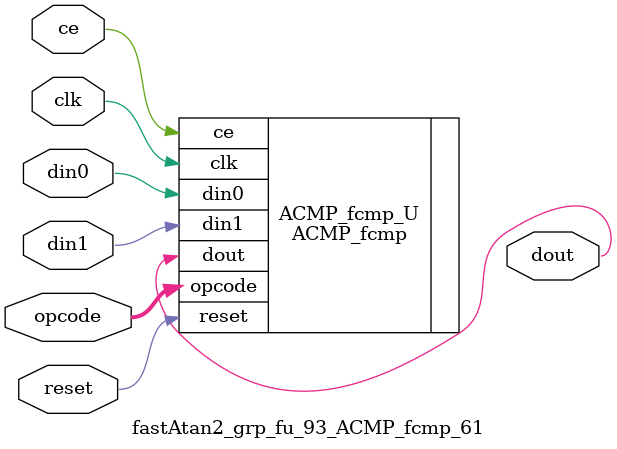
<source format=v>

`timescale 1 ns / 1 ps
module fastAtan2_grp_fu_93_ACMP_fcmp_61(
    clk,
    reset,
    ce,
    din0,
    din1,
    opcode,
    dout);

parameter ID = 32'd1;
parameter NUM_STAGE = 32'd1;
parameter din0_WIDTH = 32'd1;
parameter din1_WIDTH = 32'd1;
parameter dout_WIDTH = 32'd1;
input clk;
input reset;
input ce;
input[din0_WIDTH - 1:0] din0;
input[din1_WIDTH - 1:0] din1;
input[5 - 1:0] opcode;
output[dout_WIDTH - 1:0] dout;



ACMP_fcmp #(
.ID( ID ),
.NUM_STAGE( 3 ),
.din0_WIDTH( din0_WIDTH ),
.din1_WIDTH( din1_WIDTH ),
.dout_WIDTH( dout_WIDTH ))
ACMP_fcmp_U(
    .clk( clk ),
    .reset( reset ),
    .ce( ce ),
    .din0( din0 ),
    .din1( din1 ),
    .dout( dout ),
    .opcode( opcode ));

endmodule

</source>
